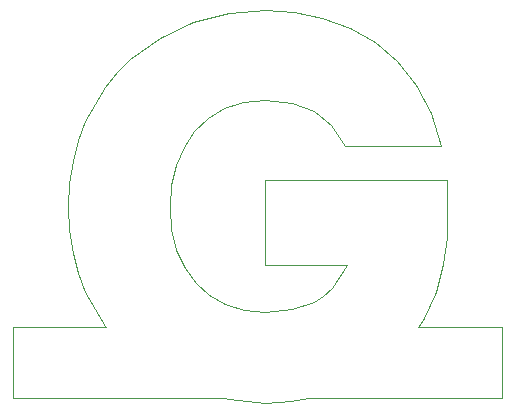
<source format=gm1>
G04 #@! TF.FileFunction,Profile,NP*
%FSLAX46Y46*%
G04 Gerber Fmt 4.6, Leading zero omitted, Abs format (unit mm)*
G04 Created by KiCad (PCBNEW 4.0.0-rc2-stable) date 3/3/2016 3:44:06 PM*
%MOMM*%
G01*
G04 APERTURE LIST*
%ADD10C,0.150000*%
%ADD11C,0.100000*%
G04 APERTURE END LIST*
D10*
D11*
X67970000Y-51530000D02*
X64930000Y-51270000D01*
X64930000Y-51270000D02*
X64500000Y-51150000D01*
X64500000Y-51150000D02*
X46630000Y-51150000D01*
X46630000Y-51150000D02*
X46630000Y-45150000D01*
X46630000Y-45150000D02*
X54520000Y-45150000D01*
X54520000Y-45150000D02*
X54440000Y-45060000D01*
X54440000Y-45060000D02*
X52770000Y-42210000D01*
X52770000Y-42210000D02*
X52140000Y-40590000D01*
X52140000Y-40590000D02*
X51690000Y-38840000D01*
X51690000Y-38840000D02*
X51420000Y-36960000D01*
X51420000Y-36960000D02*
X51330000Y-34940000D01*
X51330000Y-34940000D02*
X51420000Y-32920000D01*
X51420000Y-32920000D02*
X51690000Y-31040000D01*
X51690000Y-31040000D02*
X52140000Y-29280000D01*
X52140000Y-29280000D02*
X52770000Y-27670000D01*
X52770000Y-27670000D02*
X54440000Y-24820000D01*
X54440000Y-24820000D02*
X55440000Y-23580000D01*
X55440000Y-23580000D02*
X56570000Y-22480000D01*
X56570000Y-22480000D02*
X59090000Y-20650000D01*
X59090000Y-20650000D02*
X61920000Y-19350000D01*
X61920000Y-19350000D02*
X64920000Y-18570000D01*
X64920000Y-18570000D02*
X67970000Y-18310000D01*
X67970000Y-18310000D02*
X70410000Y-18470000D01*
X70410000Y-18470000D02*
X72830000Y-18980000D01*
X72830000Y-18980000D02*
X75150000Y-19830000D01*
X75150000Y-19830000D02*
X77280000Y-21040000D01*
X77280000Y-21040000D02*
X79180000Y-22630000D01*
X79180000Y-22630000D02*
X80800000Y-24610000D01*
X80800000Y-24610000D02*
X82060000Y-26990000D01*
X82060000Y-26990000D02*
X82880000Y-29800000D01*
X82880000Y-29800000D02*
X82880000Y-29800000D01*
X82880000Y-29800000D02*
X74730000Y-29800000D01*
X74730000Y-29800000D02*
X73560000Y-28010000D01*
X73560000Y-28010000D02*
X72090000Y-26810000D01*
X72090000Y-26810000D02*
X70250000Y-26130000D01*
X70250000Y-26130000D02*
X67970000Y-25910000D01*
X67970000Y-25910000D02*
X66130000Y-26080000D01*
X66130000Y-26080000D02*
X64510000Y-26620000D01*
X64510000Y-26620000D02*
X63130000Y-27470000D01*
X63130000Y-27470000D02*
X61990000Y-28570000D01*
X61990000Y-28570000D02*
X61090000Y-29900000D01*
X61090000Y-29900000D02*
X60440000Y-31440000D01*
X60440000Y-31440000D02*
X60040000Y-33140000D01*
X60040000Y-33140000D02*
X59910000Y-34940000D01*
X59910000Y-34940000D02*
X60050000Y-36870000D01*
X60050000Y-36870000D02*
X60480000Y-38600000D01*
X60480000Y-38600000D02*
X61180000Y-40110000D01*
X61180000Y-40110000D02*
X62110000Y-41400000D01*
X62110000Y-41400000D02*
X63260000Y-42440000D01*
X63260000Y-42440000D02*
X64630000Y-43210000D01*
X64630000Y-43210000D02*
X66210000Y-43680000D01*
X66210000Y-43680000D02*
X67970000Y-43830000D01*
X67970000Y-43830000D02*
X70260000Y-43630000D01*
X70260000Y-43630000D02*
X72140000Y-43000000D01*
X72140000Y-43000000D02*
X72930000Y-42490000D01*
X72930000Y-42490000D02*
X73660000Y-41800000D01*
X73660000Y-41800000D02*
X74910000Y-39850000D01*
X74910000Y-39850000D02*
X68010000Y-39850000D01*
X68010000Y-39850000D02*
X68010000Y-39850000D01*
X68010000Y-39850000D02*
X68010000Y-32670000D01*
X68010000Y-32670000D02*
X68010000Y-32670000D01*
X68010000Y-32670000D02*
X83350000Y-32670000D01*
X83350000Y-32670000D02*
X83350000Y-32670000D01*
X83350000Y-32670000D02*
X83370000Y-37490000D01*
X83370000Y-37490000D02*
X83080000Y-39820000D01*
X83080000Y-39820000D02*
X82420000Y-42170000D01*
X82420000Y-42170000D02*
X81380000Y-44520000D01*
X81380000Y-44520000D02*
X80940000Y-45150000D01*
X80940000Y-45150000D02*
X88070000Y-45150000D01*
X88070000Y-45150000D02*
X88070000Y-51150000D01*
X88070000Y-51150000D02*
X71610000Y-51150000D01*
X71610000Y-51150000D02*
X70190000Y-51400000D01*
X70190000Y-51400000D02*
X67970000Y-51530000D01*
X67970000Y-51530000D02*
X67970000Y-51530000D01*
X67970000Y-51530000D02*
X67970000Y-51530000D01*
M02*

</source>
